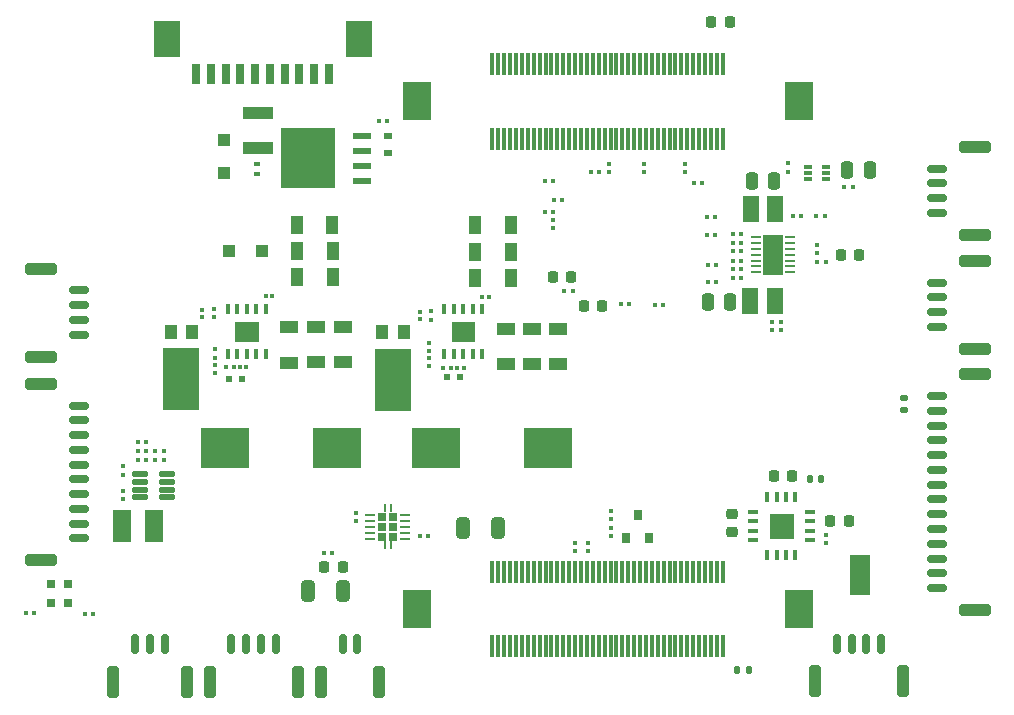
<source format=gbr>
%TF.GenerationSoftware,KiCad,Pcbnew,7.0.6-rc1-29-g152dc56df4*%
%TF.CreationDate,2023-07-03T16:00:48-04:00*%
%TF.ProjectId,pixc4-jetson-universal-carrier,70697863-342d-46a6-9574-736f6e2d756e,rev?*%
%TF.SameCoordinates,Original*%
%TF.FileFunction,Paste,Top*%
%TF.FilePolarity,Positive*%
%FSLAX46Y46*%
G04 Gerber Fmt 4.6, Leading zero omitted, Abs format (unit mm)*
G04 Created by KiCad (PCBNEW 7.0.6-rc1-29-g152dc56df4) date 2023-07-03 16:00:48*
%MOMM*%
%LPD*%
G01*
G04 APERTURE LIST*
G04 Aperture macros list*
%AMRoundRect*
0 Rectangle with rounded corners*
0 $1 Rounding radius*
0 $2 $3 $4 $5 $6 $7 $8 $9 X,Y pos of 4 corners*
0 Add a 4 corners polygon primitive as box body*
4,1,4,$2,$3,$4,$5,$6,$7,$8,$9,$2,$3,0*
0 Add four circle primitives for the rounded corners*
1,1,$1+$1,$2,$3*
1,1,$1+$1,$4,$5*
1,1,$1+$1,$6,$7*
1,1,$1+$1,$8,$9*
0 Add four rect primitives between the rounded corners*
20,1,$1+$1,$2,$3,$4,$5,0*
20,1,$1+$1,$4,$5,$6,$7,0*
20,1,$1+$1,$6,$7,$8,$9,0*
20,1,$1+$1,$8,$9,$2,$3,0*%
G04 Aperture macros list end*
%ADD10C,0.010000*%
%ADD11R,2.500000X1.000000*%
%ADD12R,1.100000X1.100000*%
%ADD13R,0.700000X0.600000*%
%ADD14RoundRect,0.150000X0.700000X-0.150000X0.700000X0.150000X-0.700000X0.150000X-0.700000X-0.150000X0*%
%ADD15RoundRect,0.250000X1.100000X-0.250000X1.100000X0.250000X-1.100000X0.250000X-1.100000X-0.250000X0*%
%ADD16R,2.200000X3.100000*%
%ADD17R,0.800000X1.700000*%
%ADD18RoundRect,0.150000X-0.700000X0.150000X-0.700000X-0.150000X0.700000X-0.150000X0.700000X0.150000X0*%
%ADD19RoundRect,0.250000X-1.100000X0.250000X-1.100000X-0.250000X1.100000X-0.250000X1.100000X0.250000X0*%
%ADD20R,0.600000X0.400000*%
%ADD21RoundRect,0.079500X0.100500X-0.079500X0.100500X0.079500X-0.100500X0.079500X-0.100500X-0.079500X0*%
%ADD22RoundRect,0.079500X-0.079500X-0.100500X0.079500X-0.100500X0.079500X0.100500X-0.079500X0.100500X0*%
%ADD23R,1.000000X1.600000*%
%ADD24R,1.600000X1.000000*%
%ADD25R,0.350000X0.300000*%
%ADD26R,0.300000X0.350000*%
%ADD27R,0.600000X0.500000*%
%ADD28RoundRect,0.079500X0.079500X0.100500X-0.079500X0.100500X-0.079500X-0.100500X0.079500X-0.100500X0*%
%ADD29R,0.320000X0.860000*%
%ADD30R,3.098800X5.207000*%
%ADD31R,0.990600X1.143000*%
%ADD32RoundRect,0.079500X-0.100500X0.079500X-0.100500X-0.079500X0.100500X-0.079500X0.100500X0.079500X0*%
%ADD33R,0.800000X0.900000*%
%ADD34R,4.100000X3.500000*%
%ADD35R,4.099999X3.500001*%
%ADD36R,0.300000X1.900000*%
%ADD37R,2.450000X3.200000*%
%ADD38R,0.800000X0.800000*%
%ADD39RoundRect,0.150000X-0.150000X-0.700000X0.150000X-0.700000X0.150000X0.700000X-0.150000X0.700000X0*%
%ADD40RoundRect,0.250000X-0.250000X-1.100000X0.250000X-1.100000X0.250000X1.100000X-0.250000X1.100000X0*%
%ADD41R,1.800000X3.400000*%
%ADD42RoundRect,0.225000X-0.225000X-0.250000X0.225000X-0.250000X0.225000X0.250000X-0.225000X0.250000X0*%
%ADD43RoundRect,0.012800X-0.147200X0.407200X-0.147200X-0.407200X0.147200X-0.407200X0.147200X0.407200X0*%
%ADD44RoundRect,0.012800X-0.407200X-0.147200X0.407200X-0.147200X0.407200X0.147200X-0.407200X0.147200X0*%
%ADD45R,1.549400X2.692400*%
%ADD46RoundRect,0.140000X0.140000X0.170000X-0.140000X0.170000X-0.140000X-0.170000X0.140000X-0.170000X0*%
%ADD47R,0.635000X0.304800*%
%ADD48RoundRect,0.250000X0.250000X0.475000X-0.250000X0.475000X-0.250000X-0.475000X0.250000X-0.475000X0*%
%ADD49RoundRect,0.218750X-0.218750X-0.256250X0.218750X-0.256250X0.218750X0.256250X-0.218750X0.256250X0*%
%ADD50RoundRect,0.250000X-0.300000X-0.300000X0.300000X-0.300000X0.300000X0.300000X-0.300000X0.300000X0*%
%ADD51RoundRect,0.250000X0.325000X0.650000X-0.325000X0.650000X-0.325000X-0.650000X0.325000X-0.650000X0*%
%ADD52R,1.350000X2.200000*%
%ADD53R,1.524000X0.533400*%
%ADD54R,4.648200X5.054600*%
%ADD55R,0.640000X0.640000*%
%ADD56R,0.850000X0.280000*%
%ADD57R,0.280000X0.700000*%
%ADD58R,0.804800X0.249200*%
%ADD59R,1.800000X3.400001*%
%ADD60RoundRect,0.147500X0.172500X-0.147500X0.172500X0.147500X-0.172500X0.147500X-0.172500X-0.147500X0*%
%ADD61RoundRect,0.125000X-0.537500X-0.125000X0.537500X-0.125000X0.537500X0.125000X-0.537500X0.125000X0*%
%ADD62RoundRect,0.218750X0.218750X0.256250X-0.218750X0.256250X-0.218750X-0.256250X0.218750X-0.256250X0*%
%ADD63RoundRect,0.147500X-0.147500X-0.172500X0.147500X-0.172500X0.147500X0.172500X-0.147500X0.172500X0*%
%ADD64RoundRect,0.225000X0.225000X0.250000X-0.225000X0.250000X-0.225000X-0.250000X0.225000X-0.250000X0*%
%ADD65RoundRect,0.225000X0.250000X-0.225000X0.250000X0.225000X-0.250000X0.225000X-0.250000X-0.225000X0*%
%ADD66RoundRect,0.250000X-0.325000X-0.650000X0.325000X-0.650000X0.325000X0.650000X-0.325000X0.650000X0*%
G04 APERTURE END LIST*
%TO.C,U3*%
D10*
X96720300Y-106543300D02*
X94820300Y-106543300D01*
X94820300Y-104903300D01*
X96720300Y-104903300D01*
X96720300Y-106543300D01*
G36*
X96720300Y-106543300D02*
G01*
X94820300Y-106543300D01*
X94820300Y-104903300D01*
X96720300Y-104903300D01*
X96720300Y-106543300D01*
G37*
%TO.C,U4*%
X78395300Y-106543300D02*
X76495300Y-106543300D01*
X76495300Y-104903300D01*
X78395300Y-104903300D01*
X78395300Y-106543300D01*
G36*
X78395300Y-106543300D02*
G01*
X76495300Y-106543300D01*
X76495300Y-104903300D01*
X78395300Y-104903300D01*
X78395300Y-106543300D01*
G37*
%TO.C,U7*%
X123690800Y-123185800D02*
X121730800Y-123185800D01*
X121730800Y-121225800D01*
X123690800Y-121225800D01*
X123690800Y-123185800D01*
G36*
X123690800Y-123185800D02*
G01*
X121730800Y-123185800D01*
X121730800Y-121225800D01*
X123690800Y-121225800D01*
X123690800Y-123185800D01*
G37*
%TO.C,U5*%
G36*
X122800800Y-100828400D02*
G01*
X121200800Y-100828400D01*
X121200800Y-99328399D01*
X122800800Y-99328399D01*
X122800800Y-100828400D01*
G37*
G36*
X122800800Y-99128399D02*
G01*
X121200800Y-99128399D01*
X121200800Y-97628398D01*
X122800800Y-97628398D01*
X122800800Y-99128399D01*
G37*
%TD*%
D11*
%TO.C,C9*%
X78392200Y-90238400D03*
X78392200Y-87238400D03*
%TD*%
D12*
%TO.C,D1*%
X75532200Y-92333400D03*
X75532200Y-89533400D03*
%TD*%
D13*
%TO.C,D6*%
X89392200Y-90618400D03*
X89392200Y-89218400D03*
%TD*%
D14*
%TO.C,J9*%
X135872200Y-95683400D03*
X135872200Y-94433400D03*
X135872200Y-93183400D03*
X135872200Y-91933400D03*
D15*
X139072200Y-97533400D03*
X139072200Y-90083400D03*
%TD*%
D16*
%TO.C,J10*%
X86915800Y-80993320D03*
X70665800Y-80993320D03*
D17*
X84415800Y-83893320D03*
X83165800Y-83893320D03*
X81915800Y-83893320D03*
X80665800Y-83893320D03*
X79415800Y-83893320D03*
X78165800Y-83893320D03*
X76915800Y-83893320D03*
X75665800Y-83893320D03*
X74415800Y-83893320D03*
X73165800Y-83893320D03*
%TD*%
D18*
%TO.C,J20*%
X63220000Y-112000000D03*
X63220000Y-113250000D03*
X63220000Y-114500000D03*
X63220000Y-115750000D03*
X63220000Y-117000000D03*
X63220000Y-118250000D03*
X63220000Y-119500000D03*
X63220000Y-120750000D03*
X63220000Y-122000000D03*
X63220000Y-123250000D03*
D19*
X60020000Y-110150000D03*
X60020000Y-125100000D03*
%TD*%
D20*
%TO.C,R5*%
X78352200Y-92418400D03*
X78352200Y-91518400D03*
%TD*%
D21*
%TO.C,R12*%
X92920300Y-107403300D03*
X92920300Y-106713300D03*
%TD*%
D22*
%TO.C,R18*%
X88662200Y-87908400D03*
X89352200Y-87908400D03*
%TD*%
D23*
%TO.C,C7*%
X96812200Y-96718400D03*
X99812200Y-96718400D03*
%TD*%
D24*
%TO.C,C24*%
X101593520Y-108501100D03*
X101593520Y-105501100D03*
%TD*%
D23*
%TO.C,C10*%
X96812200Y-98963500D03*
X99812200Y-98963500D03*
%TD*%
%TO.C,C12*%
X96807200Y-101228400D03*
X99807200Y-101228400D03*
%TD*%
D25*
%TO.C,C14*%
X92092200Y-104098400D03*
X92092200Y-104658400D03*
%TD*%
D26*
%TO.C,C16*%
X95265300Y-108823300D03*
X95825300Y-108823300D03*
%TD*%
D24*
%TO.C,C22*%
X99381180Y-108485860D03*
X99381180Y-105485860D03*
%TD*%
%TO.C,C26*%
X103770300Y-108498300D03*
X103770300Y-105498300D03*
%TD*%
D27*
%TO.C,C18*%
X94370300Y-109623300D03*
X95470300Y-109623300D03*
%TD*%
D26*
%TO.C,C20*%
X97925300Y-102773300D03*
X97365300Y-102773300D03*
%TD*%
D28*
%TO.C,R6*%
X94757200Y-108818400D03*
X94067200Y-108818400D03*
%TD*%
D21*
%TO.C,R8*%
X93072200Y-104723400D03*
X93072200Y-104033400D03*
%TD*%
D29*
%TO.C,U3*%
X97370300Y-103788300D03*
X96570300Y-103788300D03*
X95770300Y-103788300D03*
X94970300Y-103788300D03*
X94170300Y-103788300D03*
X94170300Y-107658300D03*
X94970300Y-107658300D03*
X95770300Y-107658300D03*
X96570300Y-107658300D03*
X97370300Y-107658300D03*
%TD*%
D30*
%TO.C,D2*%
X89845300Y-109802400D03*
D31*
X90765301Y-105814600D03*
X88925299Y-105814600D03*
%TD*%
D32*
%TO.C,R19*%
X105257600Y-123632400D03*
X105257600Y-124322400D03*
%TD*%
D33*
%TO.C,Q1*%
X109590000Y-123240000D03*
X111490000Y-123240000D03*
X110540000Y-121240000D03*
%TD*%
D21*
%TO.C,R1*%
X108310000Y-123080000D03*
X108310000Y-122390000D03*
%TD*%
%TO.C,R2*%
X108330000Y-121585000D03*
X108330000Y-120895000D03*
%TD*%
D28*
%TO.C,R7*%
X76347200Y-108768400D03*
X75657200Y-108768400D03*
%TD*%
D21*
%TO.C,R9*%
X74645300Y-104543300D03*
X74645300Y-103853300D03*
%TD*%
D34*
%TO.C,L2*%
X75570300Y-115573300D03*
D35*
X85070300Y-115573300D03*
%TD*%
D21*
%TO.C,R14*%
X74770300Y-109273300D03*
X74770300Y-108583300D03*
%TD*%
D24*
%TO.C,C25*%
X83345300Y-108348300D03*
X83345300Y-105348300D03*
%TD*%
D23*
%TO.C,C13*%
X81698200Y-96746400D03*
X84698200Y-96746400D03*
%TD*%
D24*
%TO.C,C23*%
X81045300Y-108373300D03*
X81045300Y-105373300D03*
%TD*%
D26*
%TO.C,C17*%
X76862200Y-108768400D03*
X77422200Y-108768400D03*
%TD*%
D23*
%TO.C,C11*%
X81712200Y-98948400D03*
X84712200Y-98948400D03*
%TD*%
%TO.C,C8*%
X81712200Y-101148400D03*
X84712200Y-101148400D03*
%TD*%
D27*
%TO.C,C19*%
X75962200Y-109728400D03*
X77062200Y-109728400D03*
%TD*%
D25*
%TO.C,C15*%
X73645300Y-103918300D03*
X73645300Y-104478300D03*
%TD*%
D26*
%TO.C,C21*%
X79625300Y-102723300D03*
X79065300Y-102723300D03*
%TD*%
D24*
%TO.C,C27*%
X85570300Y-108348300D03*
X85570300Y-105348300D03*
%TD*%
D29*
%TO.C,U4*%
X79045300Y-103788300D03*
X78245300Y-103788300D03*
X77445300Y-103788300D03*
X76645300Y-103788300D03*
X75845300Y-103788300D03*
X75845300Y-107658300D03*
X76645300Y-107658300D03*
X77445300Y-107658300D03*
X78245300Y-107658300D03*
X79045300Y-107658300D03*
%TD*%
D21*
%TO.C,R15*%
X74770300Y-107943300D03*
X74770300Y-107253300D03*
%TD*%
D30*
%TO.C,D3*%
X71920300Y-109752400D03*
D31*
X72840301Y-105764600D03*
X71000299Y-105764600D03*
%TD*%
D36*
%TO.C,J5*%
X98250000Y-89400000D03*
X98750000Y-89400000D03*
X99250000Y-89400000D03*
X99750000Y-89400000D03*
X100250000Y-89400000D03*
X100750000Y-89400000D03*
X101250000Y-89400000D03*
X101750000Y-89400000D03*
X102250000Y-89400000D03*
X102750000Y-89400000D03*
X103250000Y-89400000D03*
X103750000Y-89400000D03*
X104250000Y-89400000D03*
X104750000Y-89400000D03*
X105250000Y-89400000D03*
X105750000Y-89400000D03*
X106250000Y-89400000D03*
X106750000Y-89400000D03*
X107250000Y-89400000D03*
X107750000Y-89400000D03*
X108250000Y-89400000D03*
X108750000Y-89400000D03*
X109250000Y-89400000D03*
X109750000Y-89400000D03*
X110250000Y-89400000D03*
X110750000Y-89400000D03*
X111250000Y-89400000D03*
X111750000Y-89400000D03*
X112250000Y-89400000D03*
X112750000Y-89400000D03*
X113250000Y-89400000D03*
X113750000Y-89400000D03*
X114250000Y-89400000D03*
X114750000Y-89400000D03*
X115250000Y-89400000D03*
X115750000Y-89400000D03*
X116250000Y-89400000D03*
X116750000Y-89400000D03*
X117250000Y-89400000D03*
X117750000Y-89400000D03*
X98250000Y-83100000D03*
X98750000Y-83100000D03*
X99250000Y-83100000D03*
X99750000Y-83100000D03*
X100250000Y-83100000D03*
X100750000Y-83100000D03*
X101250000Y-83100000D03*
X101750000Y-83100000D03*
X102250000Y-83100000D03*
X102750000Y-83100000D03*
X103250000Y-83100000D03*
X103750000Y-83100000D03*
X104250000Y-83100000D03*
X104750000Y-83100000D03*
X105250000Y-83100000D03*
X105750000Y-83100000D03*
X106250000Y-83100000D03*
X106750000Y-83100000D03*
X107250000Y-83100000D03*
X107750000Y-83100000D03*
X108250000Y-83100000D03*
X108750000Y-83100000D03*
X109250000Y-83100000D03*
X109750000Y-83100000D03*
X110250000Y-83100000D03*
X110750000Y-83100000D03*
X111250000Y-83100000D03*
X111750000Y-83100000D03*
X112250000Y-83100000D03*
X112750000Y-83100000D03*
X113250000Y-83100000D03*
X113750000Y-83100000D03*
X114250000Y-83100000D03*
X114750000Y-83100000D03*
X115250000Y-83100000D03*
X115750000Y-83100000D03*
X116250000Y-83100000D03*
X116750000Y-83100000D03*
X117250000Y-83100000D03*
X117750000Y-83100000D03*
D37*
X91825000Y-86250000D03*
X124175000Y-86250000D03*
%TD*%
D36*
%TO.C,J6*%
X98250000Y-132400000D03*
X98750000Y-132400000D03*
X99250000Y-132400000D03*
X99750000Y-132400000D03*
X100250000Y-132400000D03*
X100750000Y-132400000D03*
X101250000Y-132400000D03*
X101750000Y-132400000D03*
X102250000Y-132400000D03*
X102750000Y-132400000D03*
X103250000Y-132400000D03*
X103750000Y-132400000D03*
X104250000Y-132400000D03*
X104750000Y-132400000D03*
X105250000Y-132400000D03*
X105750000Y-132400000D03*
X106250000Y-132400000D03*
X106750000Y-132400000D03*
X107250000Y-132400000D03*
X107750000Y-132400000D03*
X108250000Y-132400000D03*
X108750000Y-132400000D03*
X109250000Y-132400000D03*
X109750000Y-132400000D03*
X110250000Y-132400000D03*
X110750000Y-132400000D03*
X111250000Y-132400000D03*
X111750000Y-132400000D03*
X112250000Y-132400000D03*
X112750000Y-132400000D03*
X113250000Y-132400000D03*
X113750000Y-132400000D03*
X114250000Y-132400000D03*
X114750000Y-132400000D03*
X115250000Y-132400000D03*
X115750000Y-132400000D03*
X116250000Y-132400000D03*
X116750000Y-132400000D03*
X117250000Y-132400000D03*
X117750000Y-132400000D03*
X98250000Y-126100000D03*
X98750000Y-126100000D03*
X99250000Y-126100000D03*
X99750000Y-126100000D03*
X100250000Y-126100000D03*
X100750000Y-126100000D03*
X101250000Y-126100000D03*
X101750000Y-126100000D03*
X102250000Y-126100000D03*
X102750000Y-126100000D03*
X103250000Y-126100000D03*
X103750000Y-126100000D03*
X104250000Y-126100000D03*
X104750000Y-126100000D03*
X105250000Y-126100000D03*
X105750000Y-126100000D03*
X106250000Y-126100000D03*
X106750000Y-126100000D03*
X107250000Y-126100000D03*
X107750000Y-126100000D03*
X108250000Y-126100000D03*
X108750000Y-126100000D03*
X109250000Y-126100000D03*
X109750000Y-126100000D03*
X110250000Y-126100000D03*
X110750000Y-126100000D03*
X111250000Y-126100000D03*
X111750000Y-126100000D03*
X112250000Y-126100000D03*
X112750000Y-126100000D03*
X113250000Y-126100000D03*
X113750000Y-126100000D03*
X114250000Y-126100000D03*
X114750000Y-126100000D03*
X115250000Y-126100000D03*
X115750000Y-126100000D03*
X116250000Y-126100000D03*
X116750000Y-126100000D03*
X117250000Y-126100000D03*
X117750000Y-126100000D03*
D37*
X91825000Y-129250000D03*
X124175000Y-129250000D03*
%TD*%
D38*
%TO.C,D4*%
X60858400Y-128714400D03*
X60858400Y-127114400D03*
%TD*%
%TO.C,D5*%
X62331600Y-128714400D03*
X62331600Y-127114400D03*
%TD*%
D39*
%TO.C,J12*%
X76150000Y-132210000D03*
X77400000Y-132210000D03*
X78650000Y-132210000D03*
X79900000Y-132210000D03*
D40*
X74300000Y-135410000D03*
X81750000Y-135410000D03*
%TD*%
D34*
%TO.C,L1*%
X93470300Y-115573300D03*
D35*
X102970300Y-115573300D03*
%TD*%
D28*
%TO.C,R16*%
X59455000Y-129590000D03*
X58765000Y-129590000D03*
%TD*%
D22*
%TO.C,R17*%
X63715000Y-129620000D03*
X64405000Y-129620000D03*
%TD*%
D41*
%TO.C,TP1*%
X129370000Y-126320000D03*
%TD*%
D42*
%TO.C,C63*%
X105968200Y-103581200D03*
X107518200Y-103581200D03*
%TD*%
D28*
%TO.C,C72*%
X126375000Y-95960000D03*
X125685000Y-95960000D03*
%TD*%
D43*
%TO.C,U7*%
X123910800Y-119770800D03*
X123110800Y-119770800D03*
X122310800Y-119770800D03*
X121510800Y-119770800D03*
D44*
X120275800Y-121005800D03*
X120275800Y-121805800D03*
X120275800Y-122605800D03*
X120275800Y-123405800D03*
D43*
X121510800Y-124640800D03*
X122310800Y-124640800D03*
X123110800Y-124640800D03*
X123910800Y-124640800D03*
D44*
X125145800Y-123405800D03*
X125145800Y-122605800D03*
X125145800Y-121805800D03*
X125145800Y-121005800D03*
%TD*%
D21*
%TO.C,C71*%
X121890000Y-105635000D03*
X121890000Y-104945000D03*
%TD*%
D22*
%TO.C,R20*%
X118628600Y-98221800D03*
X119318600Y-98221800D03*
%TD*%
%TO.C,R28*%
X69723000Y-116611400D03*
X70413000Y-116611400D03*
%TD*%
D28*
%TO.C,C65*%
X117159600Y-100076000D03*
X116469600Y-100076000D03*
%TD*%
D45*
%TO.C,L3*%
X69583300Y-122199400D03*
X66916300Y-122199400D03*
%TD*%
D39*
%TO.C,J34*%
X127410000Y-132150000D03*
X128660000Y-132150000D03*
X129910000Y-132150000D03*
X131160000Y-132150000D03*
D40*
X125560000Y-135350000D03*
X133010000Y-135350000D03*
%TD*%
D46*
%TO.C,C36*%
X126108400Y-118211600D03*
X125148400Y-118211600D03*
%TD*%
D32*
%TO.C,C61*%
X114528600Y-91577600D03*
X114528600Y-92267600D03*
%TD*%
D28*
%TO.C,C64*%
X109804200Y-103428800D03*
X109114200Y-103428800D03*
%TD*%
%TO.C,R24*%
X92805000Y-123050000D03*
X92115000Y-123050000D03*
%TD*%
%TO.C,R31*%
X68899600Y-115087400D03*
X68209600Y-115087400D03*
%TD*%
D47*
%TO.C,U13*%
X124993400Y-91795600D03*
X124993400Y-92303600D03*
X124993400Y-92811600D03*
X126517400Y-92811600D03*
X126517400Y-92303600D03*
X126517400Y-91795600D03*
%TD*%
D48*
%TO.C,C33*%
X122108000Y-93014800D03*
X120208000Y-93014800D03*
%TD*%
D32*
%TO.C,C39*%
X126466600Y-122982600D03*
X126466600Y-123672600D03*
%TD*%
D49*
%TO.C,D7*%
X84030000Y-125690000D03*
X85605000Y-125690000D03*
%TD*%
D28*
%TO.C,R21*%
X119318600Y-97510600D03*
X118628600Y-97510600D03*
%TD*%
%TO.C,R13*%
X119318600Y-101193600D03*
X118628600Y-101193600D03*
%TD*%
D21*
%TO.C,R10*%
X92920300Y-108668300D03*
X92920300Y-107978300D03*
%TD*%
D50*
%TO.C,D9*%
X75946000Y-98933000D03*
X78746000Y-98933000D03*
%TD*%
D48*
%TO.C,C32*%
X118399600Y-103200200D03*
X116499600Y-103200200D03*
%TD*%
D14*
%TO.C,J15*%
X135872200Y-105354600D03*
X135872200Y-104104600D03*
X135872200Y-102854600D03*
X135872200Y-101604600D03*
D15*
X139072200Y-107204600D03*
X139072200Y-99754600D03*
%TD*%
D51*
%TO.C,C93*%
X85560000Y-127700000D03*
X82610000Y-127700000D03*
%TD*%
D52*
%TO.C,L5*%
X120108000Y-95351600D03*
X122208000Y-95351600D03*
%TD*%
D32*
%TO.C,C46*%
X66979800Y-119263600D03*
X66979800Y-119953600D03*
%TD*%
D53*
%TO.C,Q2*%
X87249000Y-92973400D03*
X87249000Y-91703400D03*
X87249000Y-90433400D03*
X87249000Y-89163400D03*
D54*
X82638900Y-91068400D03*
%TD*%
D22*
%TO.C,R11*%
X118628600Y-100482400D03*
X119318600Y-100482400D03*
%TD*%
D55*
%TO.C,U6*%
X88900800Y-121406200D03*
X88900800Y-122266200D03*
X88900800Y-123126200D03*
X89860800Y-121406200D03*
X89860800Y-122266200D03*
X89860800Y-123126200D03*
D56*
X87905800Y-121266200D03*
X87905800Y-121766200D03*
X87905800Y-122266200D03*
X87905800Y-122766200D03*
X87905800Y-123266200D03*
X90855800Y-123266200D03*
X90855800Y-122766200D03*
X90855800Y-122266200D03*
X90855800Y-121766200D03*
X90855800Y-121266200D03*
D57*
X89130800Y-120716200D03*
X89130800Y-123816200D03*
X89630800Y-120716200D03*
X89630800Y-123816200D03*
%TD*%
D28*
%TO.C,C41*%
X124395000Y-95940000D03*
X123705000Y-95940000D03*
%TD*%
D42*
%TO.C,C30*%
X127749000Y-99288600D03*
X129299000Y-99288600D03*
%TD*%
D58*
%TO.C,U5*%
X123453200Y-100728399D03*
X123453200Y-100228400D03*
X123453200Y-99728398D03*
X123453200Y-99228399D03*
X123453200Y-98728397D03*
X123453200Y-98228398D03*
X123453200Y-97728399D03*
X120548400Y-97728399D03*
X120548400Y-98228398D03*
X120548400Y-98728400D03*
X120548400Y-99228399D03*
X120548400Y-99728401D03*
X120548400Y-100228400D03*
X120548400Y-100728399D03*
D59*
X122000800Y-99228399D03*
%TD*%
D21*
%TO.C,C92*%
X122660000Y-105640000D03*
X122660000Y-104950000D03*
%TD*%
D22*
%TO.C,C60*%
X104353800Y-102336600D03*
X105043800Y-102336600D03*
%TD*%
D60*
%TO.C,D11*%
X133080000Y-112347500D03*
X133080000Y-111377500D03*
%TD*%
D48*
%TO.C,C84*%
X130210600Y-92075000D03*
X128310600Y-92075000D03*
%TD*%
D32*
%TO.C,C69*%
X111125000Y-91567400D03*
X111125000Y-92257400D03*
%TD*%
D22*
%TO.C,C67*%
X111999200Y-103454200D03*
X112689200Y-103454200D03*
%TD*%
D28*
%TO.C,R35*%
X104129400Y-94640400D03*
X103439400Y-94640400D03*
%TD*%
D32*
%TO.C,C90*%
X123250000Y-91500000D03*
X123250000Y-92190000D03*
%TD*%
D22*
%TO.C,C91*%
X102685000Y-95590000D03*
X103375000Y-95590000D03*
%TD*%
D61*
%TO.C,U9*%
X68438600Y-117830600D03*
X68438600Y-118480600D03*
X68438600Y-119130600D03*
X68438600Y-119780600D03*
X70713600Y-119780600D03*
X70713600Y-119130600D03*
X70713600Y-118480600D03*
X70713600Y-117830600D03*
%TD*%
D22*
%TO.C,C31*%
X118639200Y-99745800D03*
X119329200Y-99745800D03*
%TD*%
%TO.C,R29*%
X68220200Y-116611400D03*
X68910200Y-116611400D03*
%TD*%
D42*
%TO.C,C59*%
X103339600Y-101142800D03*
X104889600Y-101142800D03*
%TD*%
D21*
%TO.C,C47*%
X66954400Y-117845400D03*
X66954400Y-117155400D03*
%TD*%
D28*
%TO.C,C66*%
X117119400Y-97561400D03*
X116429400Y-97561400D03*
%TD*%
%TO.C,C85*%
X128742000Y-93522800D03*
X128052000Y-93522800D03*
%TD*%
D18*
%TO.C,J7*%
X63220000Y-102260000D03*
X63220000Y-103510000D03*
X63220000Y-104760000D03*
X63220000Y-106010000D03*
D19*
X60020000Y-100410000D03*
X60020000Y-107860000D03*
%TD*%
D21*
%TO.C,C35*%
X86664800Y-121797200D03*
X86664800Y-121107200D03*
%TD*%
D62*
%TO.C,F1*%
X118365000Y-79530000D03*
X116790000Y-79530000D03*
%TD*%
D32*
%TO.C,R34*%
X103378000Y-96287200D03*
X103378000Y-96977200D03*
%TD*%
D22*
%TO.C,R25*%
X83987500Y-124510000D03*
X84677500Y-124510000D03*
%TD*%
D32*
%TO.C,R27*%
X106324400Y-123647600D03*
X106324400Y-124337600D03*
%TD*%
D52*
%TO.C,L6*%
X122157200Y-103124000D03*
X120057200Y-103124000D03*
%TD*%
D22*
%TO.C,C48*%
X69723000Y-115849400D03*
X70413000Y-115849400D03*
%TD*%
%TO.C,R36*%
X115326600Y-93141800D03*
X116016600Y-93141800D03*
%TD*%
D28*
%TO.C,C57*%
X117174800Y-101549200D03*
X116484800Y-101549200D03*
%TD*%
%TO.C,C70*%
X117119000Y-96062800D03*
X116429000Y-96062800D03*
%TD*%
D63*
%TO.C,D10*%
X118990000Y-134390000D03*
X119960000Y-134390000D03*
%TD*%
D39*
%TO.C,J26*%
X68005000Y-132210000D03*
X69255000Y-132210000D03*
X70505000Y-132210000D03*
D40*
X66155000Y-135410000D03*
X72355000Y-135410000D03*
%TD*%
D39*
%TO.C,J11*%
X85570000Y-132210000D03*
X86820000Y-132210000D03*
D40*
X83720000Y-135410000D03*
X88670000Y-135410000D03*
%TD*%
D64*
%TO.C,C40*%
X128410000Y-121767600D03*
X126860000Y-121767600D03*
%TD*%
D22*
%TO.C,C42*%
X106625000Y-92240000D03*
X107315000Y-92240000D03*
%TD*%
%TO.C,R30*%
X68216100Y-115849400D03*
X68906100Y-115849400D03*
%TD*%
%TO.C,C49*%
X125766000Y-99872800D03*
X126456000Y-99872800D03*
%TD*%
%TO.C,C62*%
X102715000Y-93000000D03*
X103405000Y-93000000D03*
%TD*%
D64*
%TO.C,C37*%
X123609400Y-118008400D03*
X122059400Y-118008400D03*
%TD*%
D14*
%TO.C,J28*%
X135872200Y-127453400D03*
X135872200Y-126203400D03*
X135872200Y-124953400D03*
X135872200Y-123703400D03*
X135872200Y-122453400D03*
X135872200Y-121203400D03*
X135872200Y-119953400D03*
X135872200Y-118703400D03*
X135872200Y-117453400D03*
X135872200Y-116203400D03*
X135872200Y-114953400D03*
X135872200Y-113703400D03*
X135872200Y-112453400D03*
X135872200Y-111203400D03*
D15*
X139072200Y-129303400D03*
X139072200Y-109353400D03*
%TD*%
D32*
%TO.C,C68*%
X108102400Y-91562400D03*
X108102400Y-92252400D03*
%TD*%
D21*
%TO.C,R38*%
X125730000Y-99074800D03*
X125730000Y-98384800D03*
%TD*%
D22*
%TO.C,C34*%
X118638800Y-98958400D03*
X119328800Y-98958400D03*
%TD*%
D65*
%TO.C,C38*%
X118541800Y-122695000D03*
X118541800Y-121145000D03*
%TD*%
D66*
%TO.C,C94*%
X95760000Y-122400000D03*
X98710000Y-122400000D03*
%TD*%
M02*

</source>
